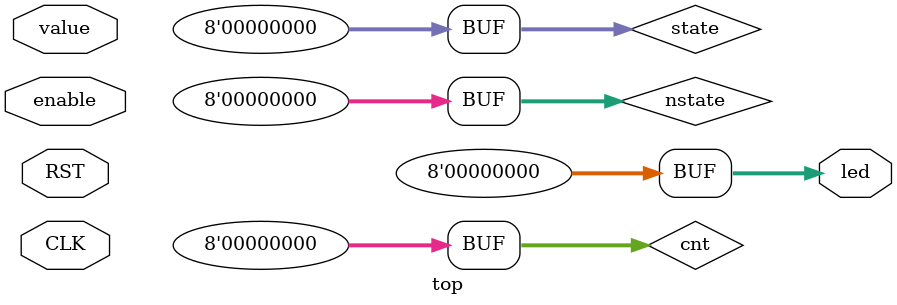
<source format=v>
module top
  (
   input CLK,
   input RST,
   input enable,
   input [31:0] value,
   output [7:0] led
  );
  reg [7:0] state;
  reg [7:0] cnt;
  
  reg [7:0] ncnt;
  reg [7:0] nstate = 0;
  assign led = cnt[7:0];
  assign state = 0;
  always @(posedge CLK or  negedge RST)
  begin
    if(RST)
      cnt <= ncnt ;			//Error
    else
      cnt <= state ;      	//correct
  end
  always@(*)
  begin
      cnt = ncnt ;			//error
      cnt = nstate ;		//Error
  end
endmodule
</source>
